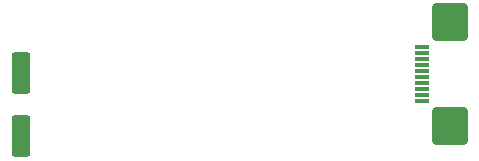
<source format=gbr>
%TF.GenerationSoftware,KiCad,Pcbnew,7.0.8*%
%TF.CreationDate,2024-01-07T19:19:44+01:00*%
%TF.ProjectId,16SegLed,31365365-674c-4656-942e-6b696361645f,rev?*%
%TF.SameCoordinates,Original*%
%TF.FileFunction,Paste,Top*%
%TF.FilePolarity,Positive*%
%FSLAX46Y46*%
G04 Gerber Fmt 4.6, Leading zero omitted, Abs format (unit mm)*
G04 Created by KiCad (PCBNEW 7.0.8) date 2024-01-07 19:19:44*
%MOMM*%
%LPD*%
G01*
G04 APERTURE LIST*
G04 Aperture macros list*
%AMRoundRect*
0 Rectangle with rounded corners*
0 $1 Rounding radius*
0 $2 $3 $4 $5 $6 $7 $8 $9 X,Y pos of 4 corners*
0 Add a 4 corners polygon primitive as box body*
4,1,4,$2,$3,$4,$5,$6,$7,$8,$9,$2,$3,0*
0 Add four circle primitives for the rounded corners*
1,1,$1+$1,$2,$3*
1,1,$1+$1,$4,$5*
1,1,$1+$1,$6,$7*
1,1,$1+$1,$8,$9*
0 Add four rect primitives between the rounded corners*
20,1,$1+$1,$2,$3,$4,$5,0*
20,1,$1+$1,$4,$5,$6,$7,0*
20,1,$1+$1,$6,$7,$8,$9,0*
20,1,$1+$1,$8,$9,$2,$3,0*%
G04 Aperture macros list end*
%ADD10RoundRect,0.300000X1.200000X-1.305000X1.200000X1.305000X-1.200000X1.305000X-1.200000X-1.305000X0*%
%ADD11R,1.250000X0.300000*%
%ADD12RoundRect,0.250000X0.550000X-1.500000X0.550000X1.500000X-0.550000X1.500000X-0.550000X-1.500000X0*%
G04 APERTURE END LIST*
D10*
%TO.C,J3*%
X96394000Y-58705000D03*
X96394000Y-49915000D03*
D11*
X94070000Y-56560000D03*
X94070000Y-56060000D03*
X94070000Y-55560000D03*
X94070000Y-55060000D03*
X94070000Y-54560000D03*
X94070000Y-54060000D03*
X94070000Y-53560000D03*
X94070000Y-53060000D03*
X94070000Y-52560000D03*
X94070000Y-52060000D03*
%TD*%
D12*
%TO.C,C3*%
X60071000Y-59596000D03*
X60071000Y-54196000D03*
%TD*%
M02*

</source>
